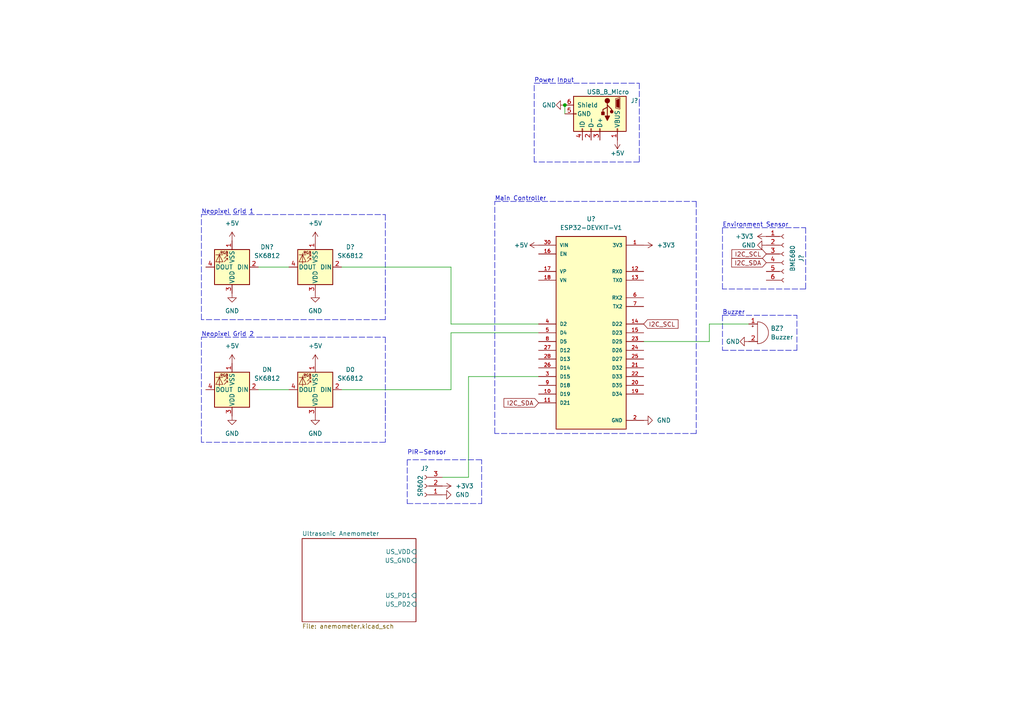
<source format=kicad_sch>
(kicad_sch (version 20211123) (generator eeschema)
  (paper "A4")
  (lib_symbols
    (symbol "Connector:Conn_01x03_Female" (pin_names (offset 1.016) hide)
      (property "Reference" "J" (at 0 5.08 0))
      (property "Value" "Conn_01x03_Female" (at 0 -5.08 0))
      (symbol "Conn_01x03_Female_1_1"
        (arc (start 0 -2.032) (mid -0.508 -2.54) (end 0 -3.048) (stroke (width 0.1524)))
        (polyline (pts (xy -1.27 -2.54) (xy -0.508 -2.54)) (stroke (width 0.1524)))
        (polyline (pts (xy -1.27 0) (xy -0.508 0)) (stroke (width 0.1524)))
        (polyline (pts (xy -1.27 2.54) (xy -0.508 2.54)) (stroke (width 0.1524)))
        (arc (start 0 0.508) (mid -0.508 0) (end 0 -0.508) (stroke (width 0.1524)))
        (arc (start 0 3.048) (mid -0.508 2.54) (end 0 2.032) (stroke (width 0.1524)))
        (pin passive line (at -5.08 2.54 0) (length 3.81) (name "Pin_1") (number "1"))
        (pin passive line (at -5.08 0 0) (length 3.81) (name "Pin_2") (number "2"))
        (pin passive line (at -5.08 -2.54 0) (length 3.81) (name "Pin_3") (number "3"))
      )
    )
    (symbol "Connector:Conn_01x06_Female" (pin_names (offset 1.016) hide)
      (property "Reference" "J" (at 0 7.62 0))
      (property "Value" "Conn_01x06_Female" (at 0 -10.16 0))
      (symbol "Conn_01x06_Female_1_1"
        (arc (start 0 -7.112) (mid -0.508 -7.62) (end 0 -8.128) (stroke (width 0.1524)))
        (arc (start 0 -4.572) (mid -0.508 -5.08) (end 0 -5.588) (stroke (width 0.1524)))
        (arc (start 0 -2.032) (mid -0.508 -2.54) (end 0 -3.048) (stroke (width 0.1524)))
        (polyline (pts (xy -1.27 -7.62) (xy -0.508 -7.62)) (stroke (width 0.1524)))
        (polyline (pts (xy -1.27 -5.08) (xy -0.508 -5.08)) (stroke (width 0.1524)))
        (polyline (pts (xy -1.27 -2.54) (xy -0.508 -2.54)) (stroke (width 0.1524)))
        (polyline (pts (xy -1.27 0) (xy -0.508 0)) (stroke (width 0.1524)))
        (polyline (pts (xy -1.27 2.54) (xy -0.508 2.54)) (stroke (width 0.1524)))
        (polyline (pts (xy -1.27 5.08) (xy -0.508 5.08)) (stroke (width 0.1524)))
        (arc (start 0 0.508) (mid -0.508 0) (end 0 -0.508) (stroke (width 0.1524)))
        (arc (start 0 3.048) (mid -0.508 2.54) (end 0 2.032) (stroke (width 0.1524)))
        (arc (start 0 5.588) (mid -0.508 5.08) (end 0 4.572) (stroke (width 0.1524)))
        (pin passive line (at -5.08 5.08 0) (length 3.81) (name "Pin_1") (number "1"))
        (pin passive line (at -5.08 2.54 0) (length 3.81) (name "Pin_2") (number "2"))
        (pin passive line (at -5.08 0 0) (length 3.81) (name "Pin_3") (number "3"))
        (pin passive line (at -5.08 -2.54 0) (length 3.81) (name "Pin_4") (number "4"))
        (pin passive line (at -5.08 -5.08 0) (length 3.81) (name "Pin_5") (number "5"))
        (pin passive line (at -5.08 -7.62 0) (length 3.81) (name "Pin_6") (number "6"))
      )
    )
    (symbol "Connector:USB_B_Micro" (pin_names (offset 1.016))
      (property "Reference" "J" (at -5.08 11.43 0))
      (property "Value" "USB_B_Micro" (at -5.08 8.89 0))
      (symbol "USB_B_Micro_0_1"
        (rectangle (start -5.08 -7.62) (end 5.08 7.62) (stroke (width 0.254)) (fill (type background)))
        (circle (center -3.81 2.159) (radius 0.635) (stroke (width 0.254)) (fill (type outline)))
        (circle (center -0.635 3.429) (radius 0.381) (stroke (width 0.254)) (fill (type outline)))
        (rectangle (start -0.127 -7.62) (end 0.127 -6.858))
        (polyline (pts (xy -1.905 2.159) (xy 0.635 2.159)) (stroke (width 0.254)))
        (polyline (pts (xy -3.175 2.159) (xy -2.54 2.159) (xy -1.27 3.429) (xy -0.635 3.429)) (stroke (width 0.254)))
        (polyline (pts (xy -2.54 2.159) (xy -1.905 2.159) (xy -1.27 0.889) (xy 0 0.889)) (stroke (width 0.254)))
        (polyline (pts (xy 0.635 2.794) (xy 0.635 1.524) (xy 1.905 2.159) (xy 0.635 2.794)) (stroke (width 0.254)) (fill (type outline)))
        (polyline (pts (xy -4.318 5.588) (xy -1.778 5.588) (xy -2.032 4.826) (xy -4.064 4.826) (xy -4.318 5.588)) (fill (type outline)))
        (polyline (pts (xy -4.699 5.842) (xy -4.699 5.588) (xy -4.445 4.826) (xy -4.445 4.572) (xy -1.651 4.572) (xy -1.651 4.826) (xy -1.397 5.588) (xy -1.397 5.842) (xy -4.699 5.842)))
        (rectangle (start 0.254 1.27) (end -0.508 0.508) (stroke (width 0.254)) (fill (type outline)))
        (rectangle (start 5.08 -5.207) (end 4.318 -4.953))
        (rectangle (start 5.08 -2.667) (end 4.318 -2.413))
        (rectangle (start 5.08 -0.127) (end 4.318 0.127))
        (rectangle (start 5.08 4.953) (end 4.318 5.207))
      )
      (symbol "USB_B_Micro_1_1"
        (pin power_out line (at 7.62 5.08 180) (length 2.54) (name "VBUS") (number "1"))
        (pin bidirectional line (at 7.62 -2.54 180) (length 2.54) (name "D-") (number "2"))
        (pin bidirectional line (at 7.62 0 180) (length 2.54) (name "D+") (number "3"))
        (pin passive line (at 7.62 -5.08 180) (length 2.54) (name "ID") (number "4"))
        (pin power_out line (at 0 -10.16 90) (length 2.54) (name "GND") (number "5"))
        (pin passive line (at -2.54 -10.16 90) (length 2.54) (name "Shield") (number "6"))
      )
    )
    (symbol "Device:Buzzer" (pin_names (offset 0.0254) hide)
      (property "Reference" "BZ" (at 3.81 1.27 0))
      (property "Value" "Buzzer" (at 3.81 -1.27 0))
      (symbol "Buzzer_0_1"
        (arc (start 0 -3.175) (mid 3.175 0) (end 0 3.175))
        (polyline (pts (xy -1.651 1.905) (xy -1.143 1.905)))
        (polyline (pts (xy -1.397 2.159) (xy -1.397 1.651)))
        (polyline (pts (xy 0 3.175) (xy 0 -3.175)))
      )
      (symbol "Buzzer_1_1"
        (pin passive line (at -2.54 2.54 0) (length 2.54) (name "-") (number "1"))
        (pin passive line (at -2.54 -2.54 0) (length 2.54) (name "+") (number "2"))
      )
    )
    (symbol "ESP32-DEVKIT-V1_1" (pin_names (offset 1.016))
      (property "Reference" "U" (at -10.16 30.48 0))
      (property "Value" "ESP32-DEVKIT-V1_1" (at -10.16 -30.48 0))
      (symbol "ESP32-DEVKIT-V1_1_0_0"
        (rectangle (start -10.16 -27.94) (end 10.16 27.94) (stroke (width 0.254)) (fill (type background)))
        (pin output line (at 15.24 25.4 180) (length 5.08) (name "3V3") (number "1"))
        (pin bidirectional line (at -15.24 -17.78 0) (length 5.08) (name "D19") (number "10"))
        (pin bidirectional line (at -15.24 -20.32 0) (length 5.08) (name "D21") (number "11"))
        (pin input line (at 15.24 17.78 180) (length 5.08) (name "RX0") (number "12"))
        (pin output line (at 15.24 15.24 180) (length 5.08) (name "TX0") (number "13"))
        (pin bidirectional line (at 15.24 2.54 180) (length 5.08) (name "D22") (number "14"))
        (pin bidirectional line (at 15.24 0 180) (length 5.08) (name "D23") (number "15"))
        (pin input line (at -15.24 22.86 0) (length 5.08) (name "EN") (number "16"))
        (pin bidirectional line (at -15.24 17.78 0) (length 5.08) (name "VP") (number "17"))
        (pin bidirectional line (at -15.24 15.24 0) (length 5.08) (name "VN") (number "18"))
        (pin bidirectional line (at 15.24 -17.78 180) (length 5.08) (name "D34") (number "19"))
        (pin power_in line (at 15.24 -25.4 180) (length 5.08) (name "GND") (number "2"))
        (pin bidirectional line (at 15.24 -15.24 180) (length 5.08) (name "D35") (number "20"))
        (pin bidirectional line (at 15.24 -10.16 180) (length 5.08) (name "D32") (number "21"))
        (pin bidirectional line (at 15.24 -12.7 180) (length 5.08) (name "D33") (number "22"))
        (pin bidirectional line (at 15.24 -2.54 180) (length 5.08) (name "D25") (number "23"))
        (pin bidirectional line (at 15.24 -5.08 180) (length 5.08) (name "D26") (number "24"))
        (pin bidirectional line (at 15.24 -7.62 180) (length 5.08) (name "D27") (number "25"))
        (pin bidirectional line (at -15.24 -10.16 0) (length 5.08) (name "D14") (number "26"))
        (pin bidirectional line (at -15.24 -5.08 0) (length 5.08) (name "D12") (number "27"))
        (pin bidirectional line (at -15.24 -7.62 0) (length 5.08) (name "D13") (number "28"))
        (pin bidirectional line (at -15.24 -12.7 0) (length 5.08) (name "D15") (number "3"))
        (pin input line (at -15.24 25.4 0) (length 5.08) (name "VIN") (number "30"))
        (pin bidirectional line (at -15.24 2.54 0) (length 5.08) (name "D2") (number "4"))
        (pin bidirectional line (at -15.24 0 0) (length 5.08) (name "D4") (number "5"))
        (pin input line (at 15.24 10.16 180) (length 5.08) (name "RX2") (number "6"))
        (pin output line (at 15.24 7.62 180) (length 5.08) (name "TX2") (number "7"))
        (pin bidirectional line (at -15.24 -2.54 0) (length 5.08) (name "D5") (number "8"))
        (pin bidirectional line (at -15.24 -15.24 0) (length 5.08) (name "D18") (number "9"))
      )
    )
    (symbol "LED:SK6812" (pin_names (offset 0.254))
      (property "Reference" "D" (at 5.08 5.715 0))
      (property "Value" "SK6812" (at 1.27 -5.715 0))
      (symbol "SK6812_0_0"
        (text "RGB" (at 2.286 -4.191 0) (effects (font (size 0.762 0.762))))
      )
      (symbol "SK6812_0_1"
        (polyline (pts (xy 1.27 -3.556) (xy 1.778 -3.556)))
        (polyline (pts (xy 1.27 -2.54) (xy 1.778 -2.54)))
        (polyline (pts (xy 4.699 -3.556) (xy 2.667 -3.556)))
        (polyline (pts (xy 2.286 -2.54) (xy 1.27 -3.556) (xy 1.27 -3.048)))
        (polyline (pts (xy 2.286 -1.524) (xy 1.27 -2.54) (xy 1.27 -2.032)))
        (polyline (pts (xy 3.683 -1.016) (xy 3.683 -3.556) (xy 3.683 -4.064)))
        (polyline (pts (xy 4.699 -1.524) (xy 2.667 -1.524) (xy 3.683 -3.556) (xy 4.699 -1.524)))
        (rectangle (start 5.08 5.08) (end -5.08 -5.08) (stroke (width 0.254)) (fill (type background)))
      )
      (symbol "SK6812_1_1"
        (pin power_in line (at 0 -7.62 90) (length 2.54) (name "VSS") (number "1"))
        (pin input line (at -7.62 0 0) (length 2.54) (name "DIN") (number "2"))
        (pin power_in line (at 0 7.62 270) (length 2.54) (name "VDD") (number "3"))
        (pin output line (at 7.62 0 180) (length 2.54) (name "DOUT") (number "4"))
      )
    )
    (symbol "power:+3.3V" (power) (pin_names (offset 0))
      (property "Value" "+3.3V" (at 0 3.556 0))
      (symbol "+3.3V_0_1"
        (polyline (pts (xy -0.762 1.27) (xy 0 2.54)))
        (polyline (pts (xy 0 0) (xy 0 2.54)))
        (polyline (pts (xy 0 2.54) (xy 0.762 1.27)))
      )
      (symbol "+3.3V_1_1"
        (pin power_in line (at 0 0 90) (length 0) hide (name "+3V3") (number "1"))
      )
    )
    (symbol "power:+5V" (power) (pin_names (offset 0))
      (property "Value" "+5V" (at 0 3.556 0))
      (symbol "+5V_0_1"
        (polyline (pts (xy -0.762 1.27) (xy 0 2.54)))
        (polyline (pts (xy 0 0) (xy 0 2.54)))
        (polyline (pts (xy 0 2.54) (xy 0.762 1.27)))
      )
      (symbol "+5V_1_1"
        (pin power_in line (at 0 0 90) (length 0) hide (name "+5V") (number "1"))
      )
    )
    (symbol "power:GND" (power) (pin_names (offset 0))
      (property "Value" "GND" (at 0 -3.81 0))
      (symbol "GND_0_1"
        (polyline (pts (xy 0 0) (xy 0 -1.27) (xy 1.27 -1.27) (xy 0 -2.54) (xy -1.27 -1.27) (xy 0 -1.27)))
      )
      (symbol "GND_1_1"
        (pin power_in line (at 0 0 270) (length 0) hide (name "GND") (number "1"))
      )
    )
  )
  (junction (at 163.83 30.48))
  (wire (pts (xy 205.74 93.98) (xy 205.74 99.06)))
  (wire (pts (xy 163.83 33.02) (xy 163.83 30.48)))
  (polyline (pts (xy 209.55 91.44) (xy 231.14 91.44)))
  (wire (pts (xy 130.81 96.52) (xy 156.21 96.52)))
  (polyline (pts (xy 209.55 101.6) (xy 231.14 101.6)))
  (polyline (pts (xy 111.76 82.55) (xy 111.76 92.71)))
  (polyline (pts (xy 201.93 58.42) (xy 201.93 125.73)))
  (wire (pts (xy 99.06 113.03) (xy 130.81 113.03)))
  (polyline (pts (xy 111.76 62.23) (xy 111.76 85.09)))
  (polyline (pts (xy 58.42 97.79) (xy 111.76 97.79)))
  (polyline (pts (xy 143.51 58.42) (xy 201.93 58.42)))
  (wire (pts (xy 205.74 99.06) (xy 186.69 99.06)))
  (polyline (pts (xy 111.76 97.79) (xy 111.76 120.65)))
  (polyline (pts (xy 185.42 24.13) (xy 185.42 30.48)))
  (polyline (pts (xy 154.94 24.13) (xy 185.42 24.13)))
  (wire (pts (xy 74.93 77.47) (xy 83.82 77.47)))
  (wire (pts (xy 130.81 93.98) (xy 156.21 93.98)))
  (wire (pts (xy 135.89 109.22) (xy 135.89 138.43)))
  (polyline (pts (xy 209.55 91.44) (xy 209.55 101.6)))
  (polyline (pts (xy 233.68 66.04) (xy 233.68 83.82)))
  (polyline (pts (xy 209.55 66.04) (xy 233.68 66.04)))
  (polyline (pts (xy 111.76 128.27) (xy 58.42 128.27)))
  (polyline (pts (xy 233.68 83.82) (xy 209.55 83.82)))
  (polyline (pts (xy 143.51 125.73) (xy 143.51 58.42)))
  (polyline (pts (xy 139.7 146.05) (xy 139.7 133.35)))
  (polyline (pts (xy 209.55 83.82) (xy 209.55 66.04)))
  (polyline (pts (xy 58.42 62.23) (xy 111.76 62.23)))
  (polyline (pts (xy 139.7 133.35) (xy 118.11 133.35)))
  (wire (pts (xy 99.06 77.47) (xy 130.81 77.47)))
  (wire (pts (xy 217.17 93.98) (xy 205.74 93.98)))
  (polyline (pts (xy 111.76 118.11) (xy 111.76 128.27)))
  (polyline (pts (xy 201.93 125.73) (xy 143.51 125.73)))
  (wire (pts (xy 130.81 77.47) (xy 130.81 93.98)))
  (wire (pts (xy 74.93 113.03) (xy 83.82 113.03)))
  (wire (pts (xy 130.81 96.52) (xy 130.81 113.03)))
  (wire (pts (xy 135.89 138.43) (xy 128.27 138.43)))
  (polyline (pts (xy 154.94 46.99) (xy 154.94 24.13)))
  (polyline (pts (xy 58.42 92.71) (xy 58.42 62.23)))
  (polyline (pts (xy 111.76 92.71) (xy 58.42 92.71)))
  (polyline (pts (xy 231.14 101.6) (xy 231.14 91.44)))
  (polyline (pts (xy 185.42 29.21) (xy 185.42 46.99)))
  (polyline (pts (xy 118.11 146.05) (xy 139.7 146.05)))
  (wire (pts (xy 135.89 109.22) (xy 156.21 109.22)))
  (polyline (pts (xy 58.42 128.27) (xy 58.42 97.79)))
  (polyline (pts (xy 185.42 46.99) (xy 154.94 46.99)))
  (polyline (pts (xy 118.11 133.35) (xy 118.11 146.05)))
  (text "PIR-Sensor" (at 118.11 132.08 0) (effects (font (size 1.27 1.27)) (justify left bottom)))
  (text "Neopixel Grid 2" (at 58.42 97.79 0) (effects (font (size 1.27 1.27)) (justify left bottom)))
  (text "Buzzer" (at 209.55 91.44 0) (effects (font (size 1.27 1.27)) (justify left bottom)))
  (text "Main Controller" (at 143.51 58.42 0) (effects (font (size 1.27 1.27)) (justify left bottom)))
  (text "Power Input" (at 154.94 24.13 0) (effects (font (size 1.27 1.27)) (justify left bottom)))
  (text "Neopixel Grid 1" (at 58.42 62.23 0) (effects (font (size 1.27 1.27)) (justify left bottom)))
  (text "Environment Sensor" (at 209.55 66.04 0) (effects (font (size 1.27 1.27)) (justify left bottom)))
  (global_label "I2C_SDA" (shape input) (at 156.21 116.84 180) (property "Intersheet References" "${INTERSHEET_REFS}" (effects hide)))
  (global_label "I2C_SCL" (shape input) (at 186.69 93.98 0) (property "Intersheet References" "${INTERSHEET_REFS}" (effects hide)))
  (global_label "I2C_SDA" (shape input) (at 222.25 76.2 180) (property "Intersheet References" "${INTERSHEET_REFS}" (effects hide)))
  (global_label "I2C_SCL" (shape input) (at 222.25 73.66 180) (property "Intersheet References" "${INTERSHEET_REFS}" (effects hide)))
  (symbol (lib_id "LED:SK6812") (at 67.31 77.47 180) (unit 1)
    (property "Reference" "DN?" (at 77.47 71.6405 0))
    (property "Value" "SK6812" (at 77.47 74.1805 0))
    (property "Footprint" "LED_SMD:LED_SK6812_PLCC4_5.0x5.0mm_P3.2mm" (effects hide))
    (property "Datasheet" "https://cdn-shop.adafruit.com/product-files/1138/SK6812+LED+datasheet+.pdf" (effects hide))
  )
  (symbol (lib_id "power:GND") (at 91.44 120.65 0) (unit 1)
    (property "Reference" "#PWR?" (effects hide))
    (property "Value" "GND" (at 91.44 125.73 0))
  )
  (symbol (lib_id "Connector:Conn_01x06_Female") (at 227.33 73.66 0) (unit 1)
    (property "Reference" "J?" (at 232.41 74.93 90))
    (property "Value" "BME680" (at 229.87 74.93 90))
  )
  (symbol (lib_id "LED:SK6812") (at 67.31 113.03 180) (unit 1)
    (property "Reference" "DN" (at 77.47 107.2005 0))
    (property "Value" "SK6812" (at 77.47 109.7405 0))
    (property "Footprint" "LED_SMD:LED_SK6812_PLCC4_5.0x5.0mm_P3.2mm" (effects hide))
    (property "Datasheet" "https://cdn-shop.adafruit.com/product-files/1138/SK6812+LED+datasheet+.pdf" (effects hide))
  )
  (symbol (lib_id "LED:SK6812") (at 91.44 113.03 180) (unit 1)
    (property "Reference" "D0" (at 101.6 107.2005 0))
    (property "Value" "SK6812" (at 101.6 109.7405 0))
    (property "Footprint" "LED_SMD:LED_SK6812_PLCC4_5.0x5.0mm_P3.2mm" (effects hide))
    (property "Datasheet" "https://cdn-shop.adafruit.com/product-files/1138/SK6812+LED+datasheet+.pdf" (effects hide))
  )
  (symbol (lib_id "power:GND") (at 186.69 121.92 90) (unit 1)
    (property "Reference" "#PWR?" (effects hide))
    (property "Value" "GND" (at 190.5 121.9199 90) (effects (justify right)))
  )
  (symbol (lib_id "power:GND") (at 128.27 143.51 90) (unit 1)
    (property "Reference" "#PWR?" (effects hide))
    (property "Value" "GND" (at 132.08 143.5099 90) (effects (justify right)))
  )
  (symbol (lib_id "power:GND") (at 67.31 120.65 0) (unit 1)
    (property "Reference" "#PWR?" (effects hide))
    (property "Value" "GND" (at 67.31 125.73 0))
  )
  (symbol (lib_id "power:+3.3V") (at 222.25 68.58 90) (unit 1)
    (property "Reference" "#PWR?" (effects hide))
    (property "Value" "+3.3V" (at 215.9 68.58 90))
  )
  (symbol (lib_id "power:+5V") (at 156.21 71.12 90) (unit 1)
    (property "Reference" "#PWR?" (effects hide))
    (property "Value" "+5V" (at 151.13 71.12 90))
  )
  (symbol (lib_id "power:+5V") (at 91.44 69.85 0) (unit 1)
    (property "Reference" "#PWR?" (effects hide))
    (property "Value" "+5V" (at 91.44 64.77 0))
  )
  (symbol (lib_id "power:+5V") (at 91.44 105.41 0) (unit 1)
    (property "Reference" "#PWR?" (effects hide))
    (property "Value" "+5V" (at 91.44 100.33 0))
  )
  (symbol (lib_id "power:+3.3V") (at 128.27 140.97 270) (unit 1)
    (property "Reference" "#PWR?" (effects hide))
    (property "Value" "+3.3V" (at 132.08 140.9699 90) (effects (justify left)))
  )
  (symbol (lib_id "Device:Buzzer") (at 219.71 96.52 0) (unit 1)
    (property "Reference" "BZ?" (at 223.52 95.2499 0) (effects (justify left)))
    (property "Value" "Buzzer" (at 223.52 97.7899 0) (effects (justify left)))
  )
  (symbol (lib_id "power:+3.3V") (at 186.69 71.12 270) (unit 1)
    (property "Reference" "#PWR?" (effects hide))
    (property "Value" "+3.3V" (at 190.5 71.1199 90) (effects (justify left)))
  )
  (symbol (lib_id "power:+5V") (at 67.31 69.85 0) (unit 1)
    (property "Reference" "#PWR?" (effects hide))
    (property "Value" "+5V" (at 67.31 64.77 0))
  )
  (symbol (lib_id "power:GND") (at 67.31 85.09 0) (unit 1)
    (property "Reference" "#PWR?" (effects hide))
    (property "Value" "GND" (at 67.31 90.17 0))
  )
  (symbol (lib_name "ESP32-DEVKIT-V1_1") (lib_id "ESP32:ESP32-DEVKIT-V1") (at 171.45 96.52 0) (unit 1)
    (property "Reference" "U?" (at 171.45 63.5 0))
    (property "Value" "ESP32-DEVKIT-V1" (at 171.45 66.04 0))
    (property "Footprint" "MODULE_ESP32_DEVKIT_V1" (effects hide))
    (property "STANDARD" "Manufacturer Recommendations" (effects hide))
    (property "PARTREV" "N/A" (effects hide))
    (property "MANUFACTURER" "DOIT" (effects hide))
    (property "MAXIMUM_PACKAGE_HEIGHT" "6.8 mm" (effects hide))
  )
  (symbol (lib_id "power:GND") (at 91.44 85.09 0) (unit 1)
    (property "Reference" "#PWR?" (effects hide))
    (property "Value" "GND" (at 91.44 90.17 0))
  )
  (symbol (lib_id "power:GND") (at 217.17 99.06 270) (unit 1)
    (property "Reference" "#PWR?" (effects hide))
    (property "Value" "GND" (at 214.63 99.06 90) (effects (justify right)))
  )
  (symbol (lib_id "power:GND") (at 163.83 30.48 270) (unit 1)
    (property "Reference" "#PWR?" (effects hide))
    (property "Value" "GND" (at 161.29 30.48 90) (effects (justify right)))
  )
  (symbol (lib_id "Connector:USB_B_Micro") (at 173.99 33.02 270) (unit 1)
    (property "Reference" "J?" (at 182.88 29.21 90) (effects (justify left)))
    (property "Value" "USB_B_Micro" (at 170.18 26.67 90) (effects (justify left)))
  )
  (symbol (lib_id "power:GND") (at 222.25 71.12 270) (unit 1)
    (property "Reference" "#PWR?" (effects hide))
    (property "Value" "GND" (at 217.17 71.12 90))
  )
  (symbol (lib_id "LED:SK6812") (at 91.44 77.47 180) (unit 1)
    (property "Reference" "D?" (at 101.6 71.6405 0))
    (property "Value" "SK6812" (at 101.6 74.1805 0))
    (property "Footprint" "LED_SMD:LED_SK6812_PLCC4_5.0x5.0mm_P3.2mm" (effects hide))
    (property "Datasheet" "https://cdn-shop.adafruit.com/product-files/1138/SK6812+LED+datasheet+.pdf" (effects hide))
  )
  (symbol (lib_id "power:+5V") (at 179.07 40.64 180) (unit 1)
    (property "Reference" "#PWR?" (effects hide))
    (property "Value" "+5V" (at 179.07 44.45 0))
  )
  (symbol (lib_id "Connector:Conn_01x03_Female") (at 123.19 140.97 180) (unit 1)
    (property "Reference" "J?" (at 123.19 135.89 0))
    (property "Value" "SR602" (at 121.92 140.97 90))
  )
  (symbol (lib_id "power:+5V") (at 67.31 105.41 0) (unit 1)
    (property "Reference" "#PWR?" (effects hide))
    (property "Value" "+5V" (at 67.31 100.33 0))
  )
  (sheet (at 87.63 156.21) (size 33.02 24.13) (stroke (width 0.1524))
    (property "Sheet name" "Ultrasonic Anemometer" (at 87.63 155.4984 0) (effects (justify left bottom)))
    (property "Sheet file" "anemometer.kicad_sch" (at 87.63 180.9246 0) (effects (justify left top)))
    (pin "US_PD2" input (at 120.65 175.26 0))
    (pin "US_GND" input (at 120.65 162.56 0))
    (pin "US_PD1" input (at 120.65 172.72 0))
    (pin "US_VDD" input (at 120.65 160.02 0))
  )
)
</source>
